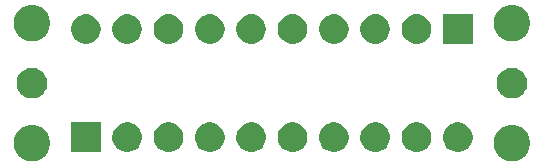
<source format=gbr>
G04 #@! TF.GenerationSoftware,KiCad,Pcbnew,5.1.5-52549c5~86~ubuntu18.04.1*
G04 #@! TF.CreationDate,2020-09-06T15:49:57-05:00*
G04 #@! TF.ProjectId,B03,4230332e-6b69-4636-9164-5f7063625858,rev?*
G04 #@! TF.SameCoordinates,Original*
G04 #@! TF.FileFunction,Soldermask,Top*
G04 #@! TF.FilePolarity,Negative*
%FSLAX46Y46*%
G04 Gerber Fmt 4.6, Leading zero omitted, Abs format (unit mm)*
G04 Created by KiCad (PCBNEW 5.1.5-52549c5~86~ubuntu18.04.1) date 2020-09-06 15:49:57*
%MOMM*%
%LPD*%
G04 APERTURE LIST*
%ADD10C,0.100000*%
G04 APERTURE END LIST*
D10*
G36*
X64752585Y-32448802D02*
G01*
X64902410Y-32478604D01*
X65184674Y-32595521D01*
X65438705Y-32765259D01*
X65654741Y-32981295D01*
X65824479Y-33235326D01*
X65941396Y-33517590D01*
X66001000Y-33817240D01*
X66001000Y-34122760D01*
X65941396Y-34422410D01*
X65824479Y-34704674D01*
X65654741Y-34958705D01*
X65438705Y-35174741D01*
X65184674Y-35344479D01*
X64902410Y-35461396D01*
X64752585Y-35491198D01*
X64602761Y-35521000D01*
X64297239Y-35521000D01*
X64147415Y-35491198D01*
X63997590Y-35461396D01*
X63715326Y-35344479D01*
X63461295Y-35174741D01*
X63245259Y-34958705D01*
X63075521Y-34704674D01*
X62958604Y-34422410D01*
X62899000Y-34122760D01*
X62899000Y-33817240D01*
X62958604Y-33517590D01*
X63075521Y-33235326D01*
X63245259Y-32981295D01*
X63461295Y-32765259D01*
X63715326Y-32595521D01*
X63997590Y-32478604D01*
X64147415Y-32448802D01*
X64297239Y-32419000D01*
X64602761Y-32419000D01*
X64752585Y-32448802D01*
G37*
G36*
X24112585Y-32448802D02*
G01*
X24262410Y-32478604D01*
X24544674Y-32595521D01*
X24798705Y-32765259D01*
X25014741Y-32981295D01*
X25184479Y-33235326D01*
X25301396Y-33517590D01*
X25361000Y-33817240D01*
X25361000Y-34122760D01*
X25301396Y-34422410D01*
X25184479Y-34704674D01*
X25014741Y-34958705D01*
X24798705Y-35174741D01*
X24544674Y-35344479D01*
X24262410Y-35461396D01*
X24112585Y-35491198D01*
X23962761Y-35521000D01*
X23657239Y-35521000D01*
X23507415Y-35491198D01*
X23357590Y-35461396D01*
X23075326Y-35344479D01*
X22821295Y-35174741D01*
X22605259Y-34958705D01*
X22435521Y-34704674D01*
X22318604Y-34422410D01*
X22259000Y-34122760D01*
X22259000Y-33817240D01*
X22318604Y-33517590D01*
X22435521Y-33235326D01*
X22605259Y-32981295D01*
X22821295Y-32765259D01*
X23075326Y-32595521D01*
X23357590Y-32478604D01*
X23507415Y-32448802D01*
X23657239Y-32419000D01*
X23962761Y-32419000D01*
X24112585Y-32448802D01*
G37*
G36*
X49744903Y-32269275D02*
G01*
X49972571Y-32363578D01*
X50177466Y-32500485D01*
X50351715Y-32674734D01*
X50488622Y-32879629D01*
X50488623Y-32879631D01*
X50582925Y-33107297D01*
X50608392Y-33235326D01*
X50631000Y-33348987D01*
X50631000Y-33595413D01*
X50582925Y-33837103D01*
X50488622Y-34064771D01*
X50351715Y-34269666D01*
X50177466Y-34443915D01*
X49972571Y-34580822D01*
X49972570Y-34580823D01*
X49972569Y-34580823D01*
X49744903Y-34675125D01*
X49503214Y-34723200D01*
X49256786Y-34723200D01*
X49015097Y-34675125D01*
X48787431Y-34580823D01*
X48787430Y-34580823D01*
X48787429Y-34580822D01*
X48582534Y-34443915D01*
X48408285Y-34269666D01*
X48271378Y-34064771D01*
X48177075Y-33837103D01*
X48129000Y-33595413D01*
X48129000Y-33348987D01*
X48151609Y-33235326D01*
X48177075Y-33107297D01*
X48271377Y-32879631D01*
X48271378Y-32879629D01*
X48408285Y-32674734D01*
X48582534Y-32500485D01*
X48787429Y-32363578D01*
X49015097Y-32269275D01*
X49256786Y-32221200D01*
X49503214Y-32221200D01*
X49744903Y-32269275D01*
G37*
G36*
X46244903Y-32269275D02*
G01*
X46472571Y-32363578D01*
X46677466Y-32500485D01*
X46851715Y-32674734D01*
X46988622Y-32879629D01*
X46988623Y-32879631D01*
X47082925Y-33107297D01*
X47108392Y-33235326D01*
X47131000Y-33348987D01*
X47131000Y-33595413D01*
X47082925Y-33837103D01*
X46988622Y-34064771D01*
X46851715Y-34269666D01*
X46677466Y-34443915D01*
X46472571Y-34580822D01*
X46472570Y-34580823D01*
X46472569Y-34580823D01*
X46244903Y-34675125D01*
X46003214Y-34723200D01*
X45756786Y-34723200D01*
X45515097Y-34675125D01*
X45287431Y-34580823D01*
X45287430Y-34580823D01*
X45287429Y-34580822D01*
X45082534Y-34443915D01*
X44908285Y-34269666D01*
X44771378Y-34064771D01*
X44677075Y-33837103D01*
X44629000Y-33595413D01*
X44629000Y-33348987D01*
X44651609Y-33235326D01*
X44677075Y-33107297D01*
X44771377Y-32879631D01*
X44771378Y-32879629D01*
X44908285Y-32674734D01*
X45082534Y-32500485D01*
X45287429Y-32363578D01*
X45515097Y-32269275D01*
X45756786Y-32221200D01*
X46003214Y-32221200D01*
X46244903Y-32269275D01*
G37*
G36*
X42744903Y-32269275D02*
G01*
X42972571Y-32363578D01*
X43177466Y-32500485D01*
X43351715Y-32674734D01*
X43488622Y-32879629D01*
X43488623Y-32879631D01*
X43582925Y-33107297D01*
X43608392Y-33235326D01*
X43631000Y-33348987D01*
X43631000Y-33595413D01*
X43582925Y-33837103D01*
X43488622Y-34064771D01*
X43351715Y-34269666D01*
X43177466Y-34443915D01*
X42972571Y-34580822D01*
X42972570Y-34580823D01*
X42972569Y-34580823D01*
X42744903Y-34675125D01*
X42503214Y-34723200D01*
X42256786Y-34723200D01*
X42015097Y-34675125D01*
X41787431Y-34580823D01*
X41787430Y-34580823D01*
X41787429Y-34580822D01*
X41582534Y-34443915D01*
X41408285Y-34269666D01*
X41271378Y-34064771D01*
X41177075Y-33837103D01*
X41129000Y-33595413D01*
X41129000Y-33348987D01*
X41151609Y-33235326D01*
X41177075Y-33107297D01*
X41271377Y-32879631D01*
X41271378Y-32879629D01*
X41408285Y-32674734D01*
X41582534Y-32500485D01*
X41787429Y-32363578D01*
X42015097Y-32269275D01*
X42256786Y-32221200D01*
X42503214Y-32221200D01*
X42744903Y-32269275D01*
G37*
G36*
X39244903Y-32269275D02*
G01*
X39472571Y-32363578D01*
X39677466Y-32500485D01*
X39851715Y-32674734D01*
X39988622Y-32879629D01*
X39988623Y-32879631D01*
X40082925Y-33107297D01*
X40108392Y-33235326D01*
X40131000Y-33348987D01*
X40131000Y-33595413D01*
X40082925Y-33837103D01*
X39988622Y-34064771D01*
X39851715Y-34269666D01*
X39677466Y-34443915D01*
X39472571Y-34580822D01*
X39472570Y-34580823D01*
X39472569Y-34580823D01*
X39244903Y-34675125D01*
X39003214Y-34723200D01*
X38756786Y-34723200D01*
X38515097Y-34675125D01*
X38287431Y-34580823D01*
X38287430Y-34580823D01*
X38287429Y-34580822D01*
X38082534Y-34443915D01*
X37908285Y-34269666D01*
X37771378Y-34064771D01*
X37677075Y-33837103D01*
X37629000Y-33595413D01*
X37629000Y-33348987D01*
X37651609Y-33235326D01*
X37677075Y-33107297D01*
X37771377Y-32879631D01*
X37771378Y-32879629D01*
X37908285Y-32674734D01*
X38082534Y-32500485D01*
X38287429Y-32363578D01*
X38515097Y-32269275D01*
X38756786Y-32221200D01*
X39003214Y-32221200D01*
X39244903Y-32269275D01*
G37*
G36*
X35744903Y-32269275D02*
G01*
X35972571Y-32363578D01*
X36177466Y-32500485D01*
X36351715Y-32674734D01*
X36488622Y-32879629D01*
X36488623Y-32879631D01*
X36582925Y-33107297D01*
X36608392Y-33235326D01*
X36631000Y-33348987D01*
X36631000Y-33595413D01*
X36582925Y-33837103D01*
X36488622Y-34064771D01*
X36351715Y-34269666D01*
X36177466Y-34443915D01*
X35972571Y-34580822D01*
X35972570Y-34580823D01*
X35972569Y-34580823D01*
X35744903Y-34675125D01*
X35503214Y-34723200D01*
X35256786Y-34723200D01*
X35015097Y-34675125D01*
X34787431Y-34580823D01*
X34787430Y-34580823D01*
X34787429Y-34580822D01*
X34582534Y-34443915D01*
X34408285Y-34269666D01*
X34271378Y-34064771D01*
X34177075Y-33837103D01*
X34129000Y-33595413D01*
X34129000Y-33348987D01*
X34151609Y-33235326D01*
X34177075Y-33107297D01*
X34271377Y-32879631D01*
X34271378Y-32879629D01*
X34408285Y-32674734D01*
X34582534Y-32500485D01*
X34787429Y-32363578D01*
X35015097Y-32269275D01*
X35256786Y-32221200D01*
X35503214Y-32221200D01*
X35744903Y-32269275D01*
G37*
G36*
X32244903Y-32269275D02*
G01*
X32472571Y-32363578D01*
X32677466Y-32500485D01*
X32851715Y-32674734D01*
X32988622Y-32879629D01*
X32988623Y-32879631D01*
X33082925Y-33107297D01*
X33108392Y-33235326D01*
X33131000Y-33348987D01*
X33131000Y-33595413D01*
X33082925Y-33837103D01*
X32988622Y-34064771D01*
X32851715Y-34269666D01*
X32677466Y-34443915D01*
X32472571Y-34580822D01*
X32472570Y-34580823D01*
X32472569Y-34580823D01*
X32244903Y-34675125D01*
X32003214Y-34723200D01*
X31756786Y-34723200D01*
X31515097Y-34675125D01*
X31287431Y-34580823D01*
X31287430Y-34580823D01*
X31287429Y-34580822D01*
X31082534Y-34443915D01*
X30908285Y-34269666D01*
X30771378Y-34064771D01*
X30677075Y-33837103D01*
X30629000Y-33595413D01*
X30629000Y-33348987D01*
X30651609Y-33235326D01*
X30677075Y-33107297D01*
X30771377Y-32879631D01*
X30771378Y-32879629D01*
X30908285Y-32674734D01*
X31082534Y-32500485D01*
X31287429Y-32363578D01*
X31515097Y-32269275D01*
X31756786Y-32221200D01*
X32003214Y-32221200D01*
X32244903Y-32269275D01*
G37*
G36*
X29631000Y-34723200D02*
G01*
X27129000Y-34723200D01*
X27129000Y-32221200D01*
X29631000Y-32221200D01*
X29631000Y-34723200D01*
G37*
G36*
X53244903Y-32269275D02*
G01*
X53472571Y-32363578D01*
X53677466Y-32500485D01*
X53851715Y-32674734D01*
X53988622Y-32879629D01*
X53988623Y-32879631D01*
X54082925Y-33107297D01*
X54108392Y-33235326D01*
X54131000Y-33348987D01*
X54131000Y-33595413D01*
X54082925Y-33837103D01*
X53988622Y-34064771D01*
X53851715Y-34269666D01*
X53677466Y-34443915D01*
X53472571Y-34580822D01*
X53472570Y-34580823D01*
X53472569Y-34580823D01*
X53244903Y-34675125D01*
X53003214Y-34723200D01*
X52756786Y-34723200D01*
X52515097Y-34675125D01*
X52287431Y-34580823D01*
X52287430Y-34580823D01*
X52287429Y-34580822D01*
X52082534Y-34443915D01*
X51908285Y-34269666D01*
X51771378Y-34064771D01*
X51677075Y-33837103D01*
X51629000Y-33595413D01*
X51629000Y-33348987D01*
X51651609Y-33235326D01*
X51677075Y-33107297D01*
X51771377Y-32879631D01*
X51771378Y-32879629D01*
X51908285Y-32674734D01*
X52082534Y-32500485D01*
X52287429Y-32363578D01*
X52515097Y-32269275D01*
X52756786Y-32221200D01*
X53003214Y-32221200D01*
X53244903Y-32269275D01*
G37*
G36*
X56744903Y-32269275D02*
G01*
X56972571Y-32363578D01*
X57177466Y-32500485D01*
X57351715Y-32674734D01*
X57488622Y-32879629D01*
X57488623Y-32879631D01*
X57582925Y-33107297D01*
X57608392Y-33235326D01*
X57631000Y-33348987D01*
X57631000Y-33595413D01*
X57582925Y-33837103D01*
X57488622Y-34064771D01*
X57351715Y-34269666D01*
X57177466Y-34443915D01*
X56972571Y-34580822D01*
X56972570Y-34580823D01*
X56972569Y-34580823D01*
X56744903Y-34675125D01*
X56503214Y-34723200D01*
X56256786Y-34723200D01*
X56015097Y-34675125D01*
X55787431Y-34580823D01*
X55787430Y-34580823D01*
X55787429Y-34580822D01*
X55582534Y-34443915D01*
X55408285Y-34269666D01*
X55271378Y-34064771D01*
X55177075Y-33837103D01*
X55129000Y-33595413D01*
X55129000Y-33348987D01*
X55151609Y-33235326D01*
X55177075Y-33107297D01*
X55271377Y-32879631D01*
X55271378Y-32879629D01*
X55408285Y-32674734D01*
X55582534Y-32500485D01*
X55787429Y-32363578D01*
X56015097Y-32269275D01*
X56256786Y-32221200D01*
X56503214Y-32221200D01*
X56744903Y-32269275D01*
G37*
G36*
X60244903Y-32269275D02*
G01*
X60472571Y-32363578D01*
X60677466Y-32500485D01*
X60851715Y-32674734D01*
X60988622Y-32879629D01*
X60988623Y-32879631D01*
X61082925Y-33107297D01*
X61108392Y-33235326D01*
X61131000Y-33348987D01*
X61131000Y-33595413D01*
X61082925Y-33837103D01*
X60988622Y-34064771D01*
X60851715Y-34269666D01*
X60677466Y-34443915D01*
X60472571Y-34580822D01*
X60472570Y-34580823D01*
X60472569Y-34580823D01*
X60244903Y-34675125D01*
X60003214Y-34723200D01*
X59756786Y-34723200D01*
X59515097Y-34675125D01*
X59287431Y-34580823D01*
X59287430Y-34580823D01*
X59287429Y-34580822D01*
X59082534Y-34443915D01*
X58908285Y-34269666D01*
X58771378Y-34064771D01*
X58677075Y-33837103D01*
X58629000Y-33595413D01*
X58629000Y-33348987D01*
X58651609Y-33235326D01*
X58677075Y-33107297D01*
X58771377Y-32879631D01*
X58771378Y-32879629D01*
X58908285Y-32674734D01*
X59082534Y-32500485D01*
X59287429Y-32363578D01*
X59515097Y-32269275D01*
X59756786Y-32221200D01*
X60003214Y-32221200D01*
X60244903Y-32269275D01*
G37*
G36*
X64829393Y-27639304D02*
G01*
X65066101Y-27737352D01*
X65066103Y-27737353D01*
X65279135Y-27879696D01*
X65460304Y-28060865D01*
X65602647Y-28273897D01*
X65602648Y-28273899D01*
X65700696Y-28510607D01*
X65750680Y-28761893D01*
X65750680Y-29018107D01*
X65700696Y-29269393D01*
X65602648Y-29506101D01*
X65602647Y-29506103D01*
X65460304Y-29719135D01*
X65279135Y-29900304D01*
X65066103Y-30042647D01*
X65066102Y-30042648D01*
X65066101Y-30042648D01*
X64829393Y-30140696D01*
X64578107Y-30190680D01*
X64321893Y-30190680D01*
X64070607Y-30140696D01*
X63833899Y-30042648D01*
X63833898Y-30042648D01*
X63833897Y-30042647D01*
X63620865Y-29900304D01*
X63439696Y-29719135D01*
X63297353Y-29506103D01*
X63297352Y-29506101D01*
X63199304Y-29269393D01*
X63149320Y-29018107D01*
X63149320Y-28761893D01*
X63199304Y-28510607D01*
X63297352Y-28273899D01*
X63297353Y-28273897D01*
X63439696Y-28060865D01*
X63620865Y-27879696D01*
X63833897Y-27737353D01*
X63833899Y-27737352D01*
X64070607Y-27639304D01*
X64321893Y-27589320D01*
X64578107Y-27589320D01*
X64829393Y-27639304D01*
G37*
G36*
X24189393Y-27639304D02*
G01*
X24426101Y-27737352D01*
X24426103Y-27737353D01*
X24639135Y-27879696D01*
X24820304Y-28060865D01*
X24962647Y-28273897D01*
X24962648Y-28273899D01*
X25060696Y-28510607D01*
X25110680Y-28761893D01*
X25110680Y-29018107D01*
X25060696Y-29269393D01*
X24962648Y-29506101D01*
X24962647Y-29506103D01*
X24820304Y-29719135D01*
X24639135Y-29900304D01*
X24426103Y-30042647D01*
X24426102Y-30042648D01*
X24426101Y-30042648D01*
X24189393Y-30140696D01*
X23938107Y-30190680D01*
X23681893Y-30190680D01*
X23430607Y-30140696D01*
X23193899Y-30042648D01*
X23193898Y-30042648D01*
X23193897Y-30042647D01*
X22980865Y-29900304D01*
X22799696Y-29719135D01*
X22657353Y-29506103D01*
X22657352Y-29506101D01*
X22559304Y-29269393D01*
X22509320Y-29018107D01*
X22509320Y-28761893D01*
X22559304Y-28510607D01*
X22657352Y-28273899D01*
X22657353Y-28273897D01*
X22799696Y-28060865D01*
X22980865Y-27879696D01*
X23193897Y-27737353D01*
X23193899Y-27737352D01*
X23430607Y-27639304D01*
X23681893Y-27589320D01*
X23938107Y-27589320D01*
X24189393Y-27639304D01*
G37*
G36*
X28596350Y-23075326D02*
G01*
X28744903Y-23104875D01*
X28972571Y-23199178D01*
X29177466Y-23336085D01*
X29351715Y-23510334D01*
X29351716Y-23510336D01*
X29488623Y-23715231D01*
X29582925Y-23942897D01*
X29631000Y-24184586D01*
X29631000Y-24431014D01*
X29582925Y-24672703D01*
X29488622Y-24900371D01*
X29351715Y-25105266D01*
X29177466Y-25279515D01*
X28972571Y-25416422D01*
X28972570Y-25416423D01*
X28972569Y-25416423D01*
X28744903Y-25510725D01*
X28503214Y-25558800D01*
X28256786Y-25558800D01*
X28015097Y-25510725D01*
X27787431Y-25416423D01*
X27787430Y-25416423D01*
X27787429Y-25416422D01*
X27582534Y-25279515D01*
X27408285Y-25105266D01*
X27271378Y-24900371D01*
X27177075Y-24672703D01*
X27129000Y-24431014D01*
X27129000Y-24184586D01*
X27177075Y-23942897D01*
X27271377Y-23715231D01*
X27408284Y-23510336D01*
X27408285Y-23510334D01*
X27582534Y-23336085D01*
X27787429Y-23199178D01*
X28015097Y-23104875D01*
X28163650Y-23075326D01*
X28256786Y-23056800D01*
X28503214Y-23056800D01*
X28596350Y-23075326D01*
G37*
G36*
X61131000Y-25558800D02*
G01*
X58629000Y-25558800D01*
X58629000Y-23056800D01*
X61131000Y-23056800D01*
X61131000Y-25558800D01*
G37*
G36*
X56596350Y-23075326D02*
G01*
X56744903Y-23104875D01*
X56972571Y-23199178D01*
X57177466Y-23336085D01*
X57351715Y-23510334D01*
X57351716Y-23510336D01*
X57488623Y-23715231D01*
X57582925Y-23942897D01*
X57631000Y-24184586D01*
X57631000Y-24431014D01*
X57582925Y-24672703D01*
X57488622Y-24900371D01*
X57351715Y-25105266D01*
X57177466Y-25279515D01*
X56972571Y-25416422D01*
X56972570Y-25416423D01*
X56972569Y-25416423D01*
X56744903Y-25510725D01*
X56503214Y-25558800D01*
X56256786Y-25558800D01*
X56015097Y-25510725D01*
X55787431Y-25416423D01*
X55787430Y-25416423D01*
X55787429Y-25416422D01*
X55582534Y-25279515D01*
X55408285Y-25105266D01*
X55271378Y-24900371D01*
X55177075Y-24672703D01*
X55129000Y-24431014D01*
X55129000Y-24184586D01*
X55177075Y-23942897D01*
X55271377Y-23715231D01*
X55408284Y-23510336D01*
X55408285Y-23510334D01*
X55582534Y-23336085D01*
X55787429Y-23199178D01*
X56015097Y-23104875D01*
X56163650Y-23075326D01*
X56256786Y-23056800D01*
X56503214Y-23056800D01*
X56596350Y-23075326D01*
G37*
G36*
X53096350Y-23075326D02*
G01*
X53244903Y-23104875D01*
X53472571Y-23199178D01*
X53677466Y-23336085D01*
X53851715Y-23510334D01*
X53851716Y-23510336D01*
X53988623Y-23715231D01*
X54082925Y-23942897D01*
X54131000Y-24184586D01*
X54131000Y-24431014D01*
X54082925Y-24672703D01*
X53988622Y-24900371D01*
X53851715Y-25105266D01*
X53677466Y-25279515D01*
X53472571Y-25416422D01*
X53472570Y-25416423D01*
X53472569Y-25416423D01*
X53244903Y-25510725D01*
X53003214Y-25558800D01*
X52756786Y-25558800D01*
X52515097Y-25510725D01*
X52287431Y-25416423D01*
X52287430Y-25416423D01*
X52287429Y-25416422D01*
X52082534Y-25279515D01*
X51908285Y-25105266D01*
X51771378Y-24900371D01*
X51677075Y-24672703D01*
X51629000Y-24431014D01*
X51629000Y-24184586D01*
X51677075Y-23942897D01*
X51771377Y-23715231D01*
X51908284Y-23510336D01*
X51908285Y-23510334D01*
X52082534Y-23336085D01*
X52287429Y-23199178D01*
X52515097Y-23104875D01*
X52663650Y-23075326D01*
X52756786Y-23056800D01*
X53003214Y-23056800D01*
X53096350Y-23075326D01*
G37*
G36*
X46096350Y-23075326D02*
G01*
X46244903Y-23104875D01*
X46472571Y-23199178D01*
X46677466Y-23336085D01*
X46851715Y-23510334D01*
X46851716Y-23510336D01*
X46988623Y-23715231D01*
X47082925Y-23942897D01*
X47131000Y-24184586D01*
X47131000Y-24431014D01*
X47082925Y-24672703D01*
X46988622Y-24900371D01*
X46851715Y-25105266D01*
X46677466Y-25279515D01*
X46472571Y-25416422D01*
X46472570Y-25416423D01*
X46472569Y-25416423D01*
X46244903Y-25510725D01*
X46003214Y-25558800D01*
X45756786Y-25558800D01*
X45515097Y-25510725D01*
X45287431Y-25416423D01*
X45287430Y-25416423D01*
X45287429Y-25416422D01*
X45082534Y-25279515D01*
X44908285Y-25105266D01*
X44771378Y-24900371D01*
X44677075Y-24672703D01*
X44629000Y-24431014D01*
X44629000Y-24184586D01*
X44677075Y-23942897D01*
X44771377Y-23715231D01*
X44908284Y-23510336D01*
X44908285Y-23510334D01*
X45082534Y-23336085D01*
X45287429Y-23199178D01*
X45515097Y-23104875D01*
X45663650Y-23075326D01*
X45756786Y-23056800D01*
X46003214Y-23056800D01*
X46096350Y-23075326D01*
G37*
G36*
X49596350Y-23075326D02*
G01*
X49744903Y-23104875D01*
X49972571Y-23199178D01*
X50177466Y-23336085D01*
X50351715Y-23510334D01*
X50351716Y-23510336D01*
X50488623Y-23715231D01*
X50582925Y-23942897D01*
X50631000Y-24184586D01*
X50631000Y-24431014D01*
X50582925Y-24672703D01*
X50488622Y-24900371D01*
X50351715Y-25105266D01*
X50177466Y-25279515D01*
X49972571Y-25416422D01*
X49972570Y-25416423D01*
X49972569Y-25416423D01*
X49744903Y-25510725D01*
X49503214Y-25558800D01*
X49256786Y-25558800D01*
X49015097Y-25510725D01*
X48787431Y-25416423D01*
X48787430Y-25416423D01*
X48787429Y-25416422D01*
X48582534Y-25279515D01*
X48408285Y-25105266D01*
X48271378Y-24900371D01*
X48177075Y-24672703D01*
X48129000Y-24431014D01*
X48129000Y-24184586D01*
X48177075Y-23942897D01*
X48271377Y-23715231D01*
X48408284Y-23510336D01*
X48408285Y-23510334D01*
X48582534Y-23336085D01*
X48787429Y-23199178D01*
X49015097Y-23104875D01*
X49163650Y-23075326D01*
X49256786Y-23056800D01*
X49503214Y-23056800D01*
X49596350Y-23075326D01*
G37*
G36*
X42596350Y-23075326D02*
G01*
X42744903Y-23104875D01*
X42972571Y-23199178D01*
X43177466Y-23336085D01*
X43351715Y-23510334D01*
X43351716Y-23510336D01*
X43488623Y-23715231D01*
X43582925Y-23942897D01*
X43631000Y-24184586D01*
X43631000Y-24431014D01*
X43582925Y-24672703D01*
X43488622Y-24900371D01*
X43351715Y-25105266D01*
X43177466Y-25279515D01*
X42972571Y-25416422D01*
X42972570Y-25416423D01*
X42972569Y-25416423D01*
X42744903Y-25510725D01*
X42503214Y-25558800D01*
X42256786Y-25558800D01*
X42015097Y-25510725D01*
X41787431Y-25416423D01*
X41787430Y-25416423D01*
X41787429Y-25416422D01*
X41582534Y-25279515D01*
X41408285Y-25105266D01*
X41271378Y-24900371D01*
X41177075Y-24672703D01*
X41129000Y-24431014D01*
X41129000Y-24184586D01*
X41177075Y-23942897D01*
X41271377Y-23715231D01*
X41408284Y-23510336D01*
X41408285Y-23510334D01*
X41582534Y-23336085D01*
X41787429Y-23199178D01*
X42015097Y-23104875D01*
X42163650Y-23075326D01*
X42256786Y-23056800D01*
X42503214Y-23056800D01*
X42596350Y-23075326D01*
G37*
G36*
X39096350Y-23075326D02*
G01*
X39244903Y-23104875D01*
X39472571Y-23199178D01*
X39677466Y-23336085D01*
X39851715Y-23510334D01*
X39851716Y-23510336D01*
X39988623Y-23715231D01*
X40082925Y-23942897D01*
X40131000Y-24184586D01*
X40131000Y-24431014D01*
X40082925Y-24672703D01*
X39988622Y-24900371D01*
X39851715Y-25105266D01*
X39677466Y-25279515D01*
X39472571Y-25416422D01*
X39472570Y-25416423D01*
X39472569Y-25416423D01*
X39244903Y-25510725D01*
X39003214Y-25558800D01*
X38756786Y-25558800D01*
X38515097Y-25510725D01*
X38287431Y-25416423D01*
X38287430Y-25416423D01*
X38287429Y-25416422D01*
X38082534Y-25279515D01*
X37908285Y-25105266D01*
X37771378Y-24900371D01*
X37677075Y-24672703D01*
X37629000Y-24431014D01*
X37629000Y-24184586D01*
X37677075Y-23942897D01*
X37771377Y-23715231D01*
X37908284Y-23510336D01*
X37908285Y-23510334D01*
X38082534Y-23336085D01*
X38287429Y-23199178D01*
X38515097Y-23104875D01*
X38663650Y-23075326D01*
X38756786Y-23056800D01*
X39003214Y-23056800D01*
X39096350Y-23075326D01*
G37*
G36*
X35596350Y-23075326D02*
G01*
X35744903Y-23104875D01*
X35972571Y-23199178D01*
X36177466Y-23336085D01*
X36351715Y-23510334D01*
X36351716Y-23510336D01*
X36488623Y-23715231D01*
X36582925Y-23942897D01*
X36631000Y-24184586D01*
X36631000Y-24431014D01*
X36582925Y-24672703D01*
X36488622Y-24900371D01*
X36351715Y-25105266D01*
X36177466Y-25279515D01*
X35972571Y-25416422D01*
X35972570Y-25416423D01*
X35972569Y-25416423D01*
X35744903Y-25510725D01*
X35503214Y-25558800D01*
X35256786Y-25558800D01*
X35015097Y-25510725D01*
X34787431Y-25416423D01*
X34787430Y-25416423D01*
X34787429Y-25416422D01*
X34582534Y-25279515D01*
X34408285Y-25105266D01*
X34271378Y-24900371D01*
X34177075Y-24672703D01*
X34129000Y-24431014D01*
X34129000Y-24184586D01*
X34177075Y-23942897D01*
X34271377Y-23715231D01*
X34408284Y-23510336D01*
X34408285Y-23510334D01*
X34582534Y-23336085D01*
X34787429Y-23199178D01*
X35015097Y-23104875D01*
X35163650Y-23075326D01*
X35256786Y-23056800D01*
X35503214Y-23056800D01*
X35596350Y-23075326D01*
G37*
G36*
X32096350Y-23075326D02*
G01*
X32244903Y-23104875D01*
X32472571Y-23199178D01*
X32677466Y-23336085D01*
X32851715Y-23510334D01*
X32851716Y-23510336D01*
X32988623Y-23715231D01*
X33082925Y-23942897D01*
X33131000Y-24184586D01*
X33131000Y-24431014D01*
X33082925Y-24672703D01*
X32988622Y-24900371D01*
X32851715Y-25105266D01*
X32677466Y-25279515D01*
X32472571Y-25416422D01*
X32472570Y-25416423D01*
X32472569Y-25416423D01*
X32244903Y-25510725D01*
X32003214Y-25558800D01*
X31756786Y-25558800D01*
X31515097Y-25510725D01*
X31287431Y-25416423D01*
X31287430Y-25416423D01*
X31287429Y-25416422D01*
X31082534Y-25279515D01*
X30908285Y-25105266D01*
X30771378Y-24900371D01*
X30677075Y-24672703D01*
X30629000Y-24431014D01*
X30629000Y-24184586D01*
X30677075Y-23942897D01*
X30771377Y-23715231D01*
X30908284Y-23510336D01*
X30908285Y-23510334D01*
X31082534Y-23336085D01*
X31287429Y-23199178D01*
X31515097Y-23104875D01*
X31663650Y-23075326D01*
X31756786Y-23056800D01*
X32003214Y-23056800D01*
X32096350Y-23075326D01*
G37*
G36*
X64752585Y-22288802D02*
G01*
X64902410Y-22318604D01*
X65184674Y-22435521D01*
X65438705Y-22605259D01*
X65654741Y-22821295D01*
X65824479Y-23075326D01*
X65941396Y-23357590D01*
X66001000Y-23657240D01*
X66001000Y-23962760D01*
X65941396Y-24262410D01*
X65824479Y-24544674D01*
X65654741Y-24798705D01*
X65438705Y-25014741D01*
X65184674Y-25184479D01*
X64902410Y-25301396D01*
X64752585Y-25331198D01*
X64602761Y-25361000D01*
X64297239Y-25361000D01*
X64147415Y-25331198D01*
X63997590Y-25301396D01*
X63715326Y-25184479D01*
X63461295Y-25014741D01*
X63245259Y-24798705D01*
X63075521Y-24544674D01*
X62958604Y-24262410D01*
X62899000Y-23962760D01*
X62899000Y-23657240D01*
X62958604Y-23357590D01*
X63075521Y-23075326D01*
X63245259Y-22821295D01*
X63461295Y-22605259D01*
X63715326Y-22435521D01*
X63997590Y-22318604D01*
X64147415Y-22288802D01*
X64297239Y-22259000D01*
X64602761Y-22259000D01*
X64752585Y-22288802D01*
G37*
G36*
X24112585Y-22288802D02*
G01*
X24262410Y-22318604D01*
X24544674Y-22435521D01*
X24798705Y-22605259D01*
X25014741Y-22821295D01*
X25184479Y-23075326D01*
X25301396Y-23357590D01*
X25361000Y-23657240D01*
X25361000Y-23962760D01*
X25301396Y-24262410D01*
X25184479Y-24544674D01*
X25014741Y-24798705D01*
X24798705Y-25014741D01*
X24544674Y-25184479D01*
X24262410Y-25301396D01*
X24112585Y-25331198D01*
X23962761Y-25361000D01*
X23657239Y-25361000D01*
X23507415Y-25331198D01*
X23357590Y-25301396D01*
X23075326Y-25184479D01*
X22821295Y-25014741D01*
X22605259Y-24798705D01*
X22435521Y-24544674D01*
X22318604Y-24262410D01*
X22259000Y-23962760D01*
X22259000Y-23657240D01*
X22318604Y-23357590D01*
X22435521Y-23075326D01*
X22605259Y-22821295D01*
X22821295Y-22605259D01*
X23075326Y-22435521D01*
X23357590Y-22318604D01*
X23507415Y-22288802D01*
X23657239Y-22259000D01*
X23962761Y-22259000D01*
X24112585Y-22288802D01*
G37*
M02*

</source>
